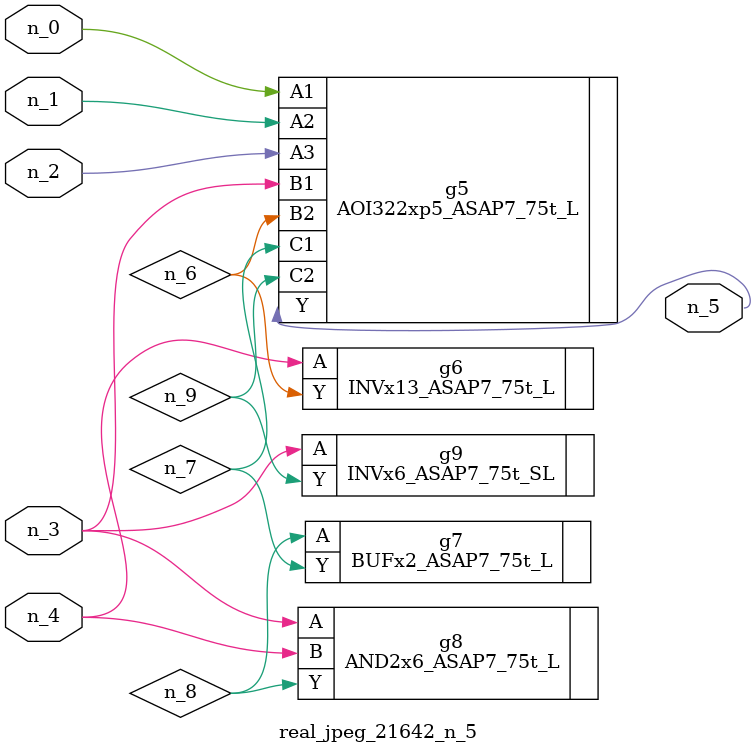
<source format=v>
module real_jpeg_21642_n_5 (n_4, n_0, n_1, n_2, n_3, n_5);

input n_4;
input n_0;
input n_1;
input n_2;
input n_3;

output n_5;

wire n_8;
wire n_6;
wire n_7;
wire n_9;

AOI322xp5_ASAP7_75t_L g5 ( 
.A1(n_0),
.A2(n_1),
.A3(n_2),
.B1(n_3),
.B2(n_6),
.C1(n_7),
.C2(n_9),
.Y(n_5)
);

AND2x6_ASAP7_75t_L g8 ( 
.A(n_3),
.B(n_4),
.Y(n_8)
);

INVx6_ASAP7_75t_SL g9 ( 
.A(n_3),
.Y(n_9)
);

INVx13_ASAP7_75t_L g6 ( 
.A(n_4),
.Y(n_6)
);

BUFx2_ASAP7_75t_L g7 ( 
.A(n_8),
.Y(n_7)
);


endmodule
</source>
